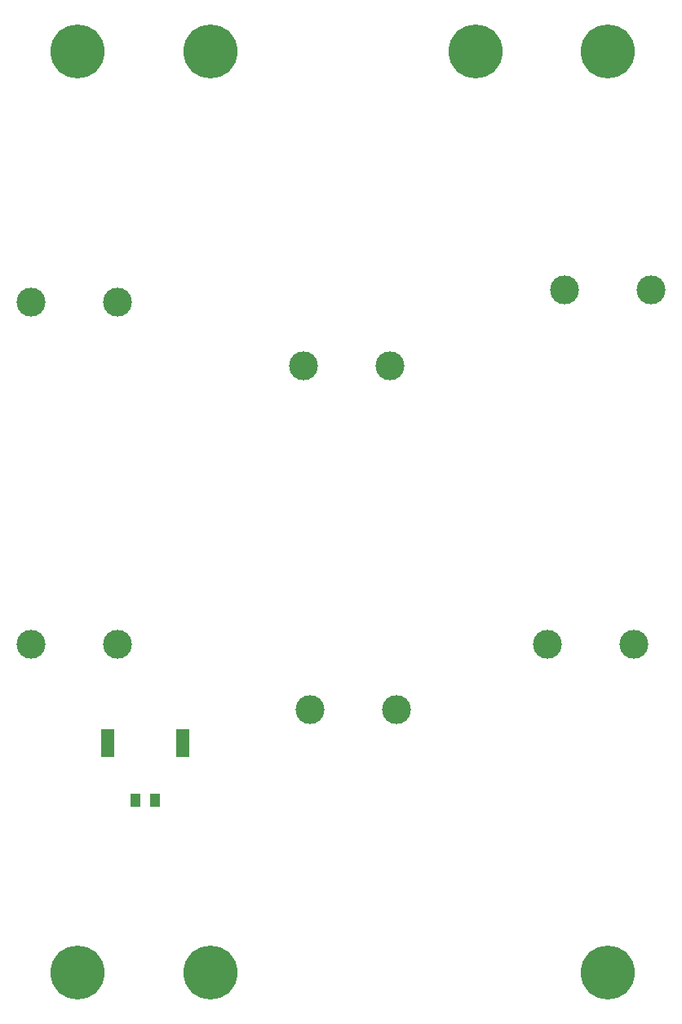
<source format=gbs>
G04 #@! TF.GenerationSoftware,KiCad,Pcbnew,(6.0.5-0)*
G04 #@! TF.CreationDate,2023-01-03T07:21:46-05:00*
G04 #@! TF.ProjectId,solar-cell-pcbs-usb,736f6c61-722d-4636-956c-6c2d70636273,3*
G04 #@! TF.SameCoordinates,Original*
G04 #@! TF.FileFunction,Soldermask,Bot*
G04 #@! TF.FilePolarity,Negative*
%FSLAX46Y46*%
G04 Gerber Fmt 4.6, Leading zero omitted, Abs format (unit mm)*
G04 Created by KiCad (PCBNEW (6.0.5-0)) date 2023-01-03 07:21:46*
%MOMM*%
%LPD*%
G01*
G04 APERTURE LIST*
%ADD10C,5.600000*%
%ADD11C,3.000000*%
%ADD12R,1.100000X1.450000*%
%ADD13R,1.350000X2.899999*%
G04 APERTURE END LIST*
D10*
X84600000Y-42750000D03*
D11*
X108700000Y-111000000D03*
X117700000Y-111000000D03*
X133300000Y-104200000D03*
X142300000Y-104200000D03*
D10*
X139600000Y-138250000D03*
D11*
X79700000Y-104200000D03*
X88700000Y-104200000D03*
D10*
X125850000Y-42750000D03*
D11*
X135100000Y-67500000D03*
X144100000Y-67500000D03*
D10*
X84600000Y-138250000D03*
D11*
X79700000Y-68700000D03*
X88700000Y-68700000D03*
D10*
X139600000Y-42750000D03*
X98350000Y-42750000D03*
X98350000Y-138250000D03*
D11*
X108000000Y-75320000D03*
X117000000Y-75320000D03*
D12*
X90605000Y-120420000D03*
X92605001Y-120420000D03*
D13*
X87710002Y-114445001D03*
X95499997Y-114445001D03*
M02*

</source>
